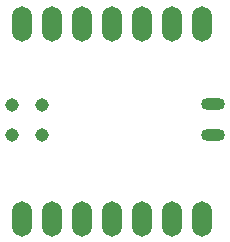
<source format=gbr>
%TF.GenerationSoftware,KiCad,Pcbnew,(6.0.1)*%
%TF.CreationDate,2023-01-24T13:05:26+09:00*%
%TF.ProjectId,yuiopPD_r2,7975696f-7050-4445-9f72-322e6b696361,2*%
%TF.SameCoordinates,Original*%
%TF.FileFunction,Paste,Top*%
%TF.FilePolarity,Positive*%
%FSLAX46Y46*%
G04 Gerber Fmt 4.6, Leading zero omitted, Abs format (unit mm)*
G04 Created by KiCad (PCBNEW (6.0.1)) date 2023-01-24 13:05:26*
%MOMM*%
%LPD*%
G01*
G04 APERTURE LIST*
%ADD10O,1.700000X3.000000*%
%ADD11O,2.032000X1.016000*%
%ADD12C,1.143000*%
G04 APERTURE END LIST*
D10*
%TO.C,U1*%
X72980000Y-108255000D03*
X75520000Y-108255000D03*
X78060000Y-108255000D03*
X80600000Y-108255000D03*
X83140000Y-108255000D03*
X85680000Y-108255000D03*
X88220000Y-108255000D03*
X88220000Y-91745000D03*
X85680000Y-91745000D03*
X83140000Y-91745000D03*
X80600000Y-91745000D03*
X78060000Y-91745000D03*
X75520000Y-91745000D03*
X72980000Y-91745000D03*
D11*
X89200000Y-101150000D03*
X89200000Y-98600000D03*
D12*
X72195813Y-101151197D03*
X72195813Y-98611197D03*
X74735813Y-101151197D03*
X74735813Y-98611197D03*
%TD*%
M02*

</source>
